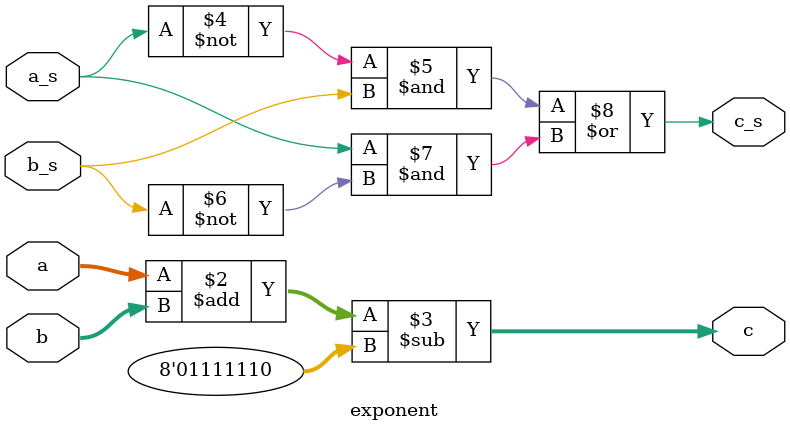
<source format=v>
`timescale 1ns / 1ps
module exponent(
    input [7:0] a,
    input [7:0] b,
	 input a_s,b_s,
    output reg [7:0] c,
	 output reg c_s
    );

always @(a,b,a_s,b_s) begin
c<=a+b-8'b01111110;
c_s<=(~a_s&b_s)|(a_s&~b_s);

end

endmodule

</source>
